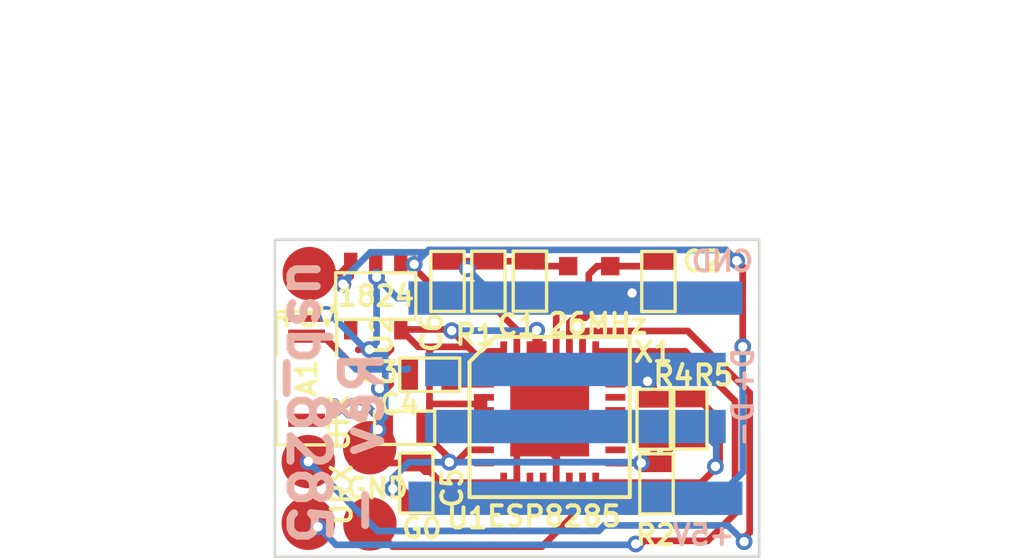
<source format=kicad_pcb>
(kicad_pcb (version 4) (host pcbnew 4.0.3+e1-6302~38~ubuntu14.04.1-stable)

  (general
    (links 48)
    (no_connects 0)
    (area 34.948257 22.19594 64.162544 38.300662)
    (thickness 1.6)
    (drawings 21)
    (tracks 295)
    (zones 0)
    (modules 24)
    (nets 15)
  )

  (page User 139.7 139.7)
  (layers
    (0 F.Cu signal)
    (31 B.Cu signal)
    (32 B.Adhes user)
    (33 F.Adhes user)
    (34 B.Paste user)
    (35 F.Paste user)
    (36 B.SilkS user)
    (37 F.SilkS user)
    (38 B.Mask user)
    (39 F.Mask user)
    (40 Dwgs.User user)
    (41 Cmts.User user)
    (42 Eco1.User user)
    (43 Eco2.User user)
    (44 Edge.Cuts user)
  )

  (setup
    (last_trace_width 0.254)
    (trace_clearance 0.2413)
    (zone_clearance 0.508)
    (zone_45_only no)
    (trace_min 0.254)
    (segment_width 0.2)
    (edge_width 0.1)
    (via_size 0.635)
    (via_drill 0.3556)
    (via_min_size 0.6096)
    (via_min_drill 0.3302)
    (uvia_size 0.508)
    (uvia_drill 0.127)
    (uvias_allowed no)
    (uvia_min_size 0.508)
    (uvia_min_drill 0.127)
    (pcb_text_width 0.3)
    (pcb_text_size 1.5 1.5)
    (mod_edge_width 0.15)
    (mod_text_size 0.762 0.762)
    (mod_text_width 0.1524)
    (pad_size 1.0414 1.0414)
    (pad_drill 0)
    (pad_to_mask_clearance 0)
    (aux_axis_origin 0 0)
    (visible_elements FFFFFFBF)
    (pcbplotparams
      (layerselection 0x00030_80000001)
      (usegerberextensions true)
      (excludeedgelayer true)
      (linewidth 0.150000)
      (plotframeref false)
      (viasonmask false)
      (mode 1)
      (useauxorigin false)
      (hpglpennumber 1)
      (hpglpenspeed 20)
      (hpglpendiameter 15)
      (hpglpenoverlay 2)
      (psnegative false)
      (psa4output false)
      (plotreference true)
      (plotvalue true)
      (plotinvisibletext false)
      (padsonsilk false)
      (subtractmaskfromsilk false)
      (outputformat 1)
      (mirror false)
      (drillshape 0)
      (scaleselection 1)
      (outputdirectory usb_8285-rev-))
  )

  (net 0 "")
  (net 1 +3.3V)
  (net 2 +5V)
  (net 3 /D+)
  (net 4 /D-)
  (net 5 GND)
  (net 6 N-0000012)
  (net 7 N-0000015)
  (net 8 N-0000016)
  (net 9 N-0000025)
  (net 10 N-0000026)
  (net 11 N-000003)
  (net 12 N-000005)
  (net 13 N-000006)
  (net 14 N-000007)

  (net_class Default "This is the default net class."
    (clearance 0.2413)
    (trace_width 0.254)
    (via_dia 0.635)
    (via_drill 0.3556)
    (uvia_dia 0.508)
    (uvia_drill 0.127)
    (add_net +3.3V)
    (add_net +5V)
    (add_net /D+)
    (add_net /D-)
    (add_net GND)
    (add_net N-0000012)
    (add_net N-0000015)
    (add_net N-0000016)
    (add_net N-0000025)
    (add_net N-0000026)
    (add_net N-000003)
    (add_net N-000005)
    (add_net N-000006)
    (add_net N-000007)
  )

  (module .1SMTPIN (layer B.Cu) (tedit 57A8F3C1) (tstamp 57A264EF)
    (at 52.07 30.48)
    (path /57A262F1)
    (fp_text reference P3 (at 0 0) (layer B.SilkS) hide
      (effects (font (size 0.762 0.762) (thickness 0.1524)) (justify mirror))
    )
    (fp_text value D+ (at 6.37286 0.35052 90) (layer B.SilkS)
      (effects (font (size 0.762 0.762) (thickness 0.1524)) (justify mirror))
    )
    (pad 1 smd rect (at 0 0.3048) (size 11.43 1.27) (layers B.Cu B.Paste B.Mask)
      (net 3 /D+))
  )

  (module SM0603 (layer F.Cu) (tedit 57A8F56F) (tstamp 57A26471)
    (at 48.76038 27.42438 270)
    (path /57A25A68)
    (attr smd)
    (fp_text reference R1 (at 2.03962 0.50038 360) (layer F.SilkS)
      (effects (font (size 0.762 0.762) (thickness 0.1524)))
    )
    (fp_text value 12k (at 0 0 270) (layer F.SilkS) hide
      (effects (font (size 0.762 0.762) (thickness 0.1524)))
    )
    (fp_line (start -1.143 -0.635) (end 1.143 -0.635) (layer F.SilkS) (width 0.127))
    (fp_line (start 1.143 -0.635) (end 1.143 0.635) (layer F.SilkS) (width 0.127))
    (fp_line (start 1.143 0.635) (end -1.143 0.635) (layer F.SilkS) (width 0.127))
    (fp_line (start -1.143 0.635) (end -1.143 -0.635) (layer F.SilkS) (width 0.127))
    (pad 1 smd rect (at -0.762 0 270) (size 0.635 1.143) (layers F.Cu F.Paste F.Mask)
      (net 5 GND))
    (pad 2 smd rect (at 0.762 0 270) (size 0.635 1.143) (layers F.Cu F.Paste F.Mask)
      (net 7 N-0000015))
    (model smd\resistors\R0603.wrl
      (at (xyz 0 0 0.001))
      (scale (xyz 0.5 0.5 0.5))
      (rotate (xyz 0 0 0))
    )
  )

  (module SM0603 (layer F.Cu) (tedit 57A8FB04) (tstamp 57A2647B)
    (at 47.2059 27.432 270)
    (path /57A26510)
    (attr smd)
    (fp_text reference C6 (at 1.9431 0.60452 270) (layer F.SilkS)
      (effects (font (size 0.762 0.762) (thickness 0.1524)))
    )
    (fp_text value 1u (at 0 0 270) (layer F.SilkS) hide
      (effects (font (size 0.762 0.762) (thickness 0.1524)))
    )
    (fp_line (start -1.143 -0.635) (end 1.143 -0.635) (layer F.SilkS) (width 0.127))
    (fp_line (start 1.143 -0.635) (end 1.143 0.635) (layer F.SilkS) (width 0.127))
    (fp_line (start 1.143 0.635) (end -1.143 0.635) (layer F.SilkS) (width 0.127))
    (fp_line (start -1.143 0.635) (end -1.143 -0.635) (layer F.SilkS) (width 0.127))
    (pad 1 smd rect (at -0.762 0 270) (size 0.635 1.143) (layers F.Cu F.Paste F.Mask)
      (net 5 GND))
    (pad 2 smd rect (at 0.762 0 270) (size 0.635 1.143) (layers F.Cu F.Paste F.Mask)
      (net 2 +5V))
    (model smd\resistors\R0603.wrl
      (at (xyz 0 0 0.001))
      (scale (xyz 0.5 0.5 0.5))
      (rotate (xyz 0 0 0))
    )
  )

  (module SM0603 (layer F.Cu) (tedit 57A8F543) (tstamp 57A26485)
    (at 55.15102 35.13582 270)
    (path /57A26418)
    (attr smd)
    (fp_text reference R2 (at 1.94818 0.03302 360) (layer F.SilkS)
      (effects (font (size 0.762 0.762) (thickness 0.1524)))
    )
    (fp_text value 12k (at 0 0 270) (layer F.SilkS) hide
      (effects (font (size 0.762 0.762) (thickness 0.1524)))
    )
    (fp_line (start -1.143 -0.635) (end 1.143 -0.635) (layer F.SilkS) (width 0.127))
    (fp_line (start 1.143 -0.635) (end 1.143 0.635) (layer F.SilkS) (width 0.127))
    (fp_line (start 1.143 0.635) (end -1.143 0.635) (layer F.SilkS) (width 0.127))
    (fp_line (start -1.143 0.635) (end -1.143 -0.635) (layer F.SilkS) (width 0.127))
    (pad 1 smd rect (at -0.762 0 270) (size 0.635 1.143) (layers F.Cu F.Paste F.Mask)
      (net 1 +3.3V))
    (pad 2 smd rect (at 0.762 0 270) (size 0.635 1.143) (layers F.Cu F.Paste F.Mask)
      (net 11 N-000003))
    (model smd\resistors\R0603.wrl
      (at (xyz 0 0 0.001))
      (scale (xyz 0.5 0.5 0.5))
      (rotate (xyz 0 0 0))
    )
  )

  (module SM0603 (layer F.Cu) (tedit 57B2117E) (tstamp 57A2648F)
    (at 46.01718 35.10534 270)
    (path /57A25EB7)
    (attr smd)
    (fp_text reference C5 (at 0.18796 -1.36652 270) (layer F.SilkS)
      (effects (font (size 0.762 0.762) (thickness 0.1524)))
    )
    (fp_text value .1u (at 0 0 270) (layer F.SilkS) hide
      (effects (font (size 0.762 0.762) (thickness 0.1524)))
    )
    (fp_line (start -1.143 -0.635) (end 1.143 -0.635) (layer F.SilkS) (width 0.127))
    (fp_line (start 1.143 -0.635) (end 1.143 0.635) (layer F.SilkS) (width 0.127))
    (fp_line (start 1.143 0.635) (end -1.143 0.635) (layer F.SilkS) (width 0.127))
    (fp_line (start -1.143 0.635) (end -1.143 -0.635) (layer F.SilkS) (width 0.127))
    (pad 1 smd rect (at -0.762 0 270) (size 0.635 1.143) (layers F.Cu F.Paste F.Mask)
      (net 5 GND))
    (pad 2 smd rect (at 0.762 0 270) (size 0.635 1.143) (layers F.Cu F.Paste F.Mask)
      (net 1 +3.3V))
    (model smd\resistors\R0603.wrl
      (at (xyz 0 0 0.001))
      (scale (xyz 0.5 0.5 0.5))
      (rotate (xyz 0 0 0))
    )
  )

  (module SM0603 (layer F.Cu) (tedit 57B2117B) (tstamp 57A26499)
    (at 45.57522 33.00222)
    (path /57A25EB1)
    (attr smd)
    (fp_text reference C4 (at -0.20066 -0.89154) (layer F.SilkS)
      (effects (font (size 0.762 0.762) (thickness 0.1524)))
    )
    (fp_text value 10u (at 0 0) (layer F.SilkS) hide
      (effects (font (size 0.762 0.762) (thickness 0.1524)))
    )
    (fp_line (start -1.143 -0.635) (end 1.143 -0.635) (layer F.SilkS) (width 0.127))
    (fp_line (start 1.143 -0.635) (end 1.143 0.635) (layer F.SilkS) (width 0.127))
    (fp_line (start 1.143 0.635) (end -1.143 0.635) (layer F.SilkS) (width 0.127))
    (fp_line (start -1.143 0.635) (end -1.143 -0.635) (layer F.SilkS) (width 0.127))
    (pad 1 smd rect (at -0.762 0) (size 0.635 1.143) (layers F.Cu F.Paste F.Mask)
      (net 5 GND))
    (pad 2 smd rect (at 0.762 0) (size 0.635 1.143) (layers F.Cu F.Paste F.Mask)
      (net 1 +3.3V))
    (model smd\resistors\R0603.wrl
      (at (xyz 0 0 0.001))
      (scale (xyz 0.5 0.5 0.5))
      (rotate (xyz 0 0 0))
    )
  )

  (module SM0603 (layer F.Cu) (tedit 57A8F558) (tstamp 57A264A3)
    (at 55.22468 27.43454 90)
    (path /57A25B20)
    (attr smd)
    (fp_text reference C2 (at 0.76454 1.67132 180) (layer F.SilkS)
      (effects (font (size 0.762 0.762) (thickness 0.1524)))
    )
    (fp_text value 5.6p (at 0 0 90) (layer F.SilkS) hide
      (effects (font (size 0.762 0.762) (thickness 0.1524)))
    )
    (fp_line (start -1.143 -0.635) (end 1.143 -0.635) (layer F.SilkS) (width 0.127))
    (fp_line (start 1.143 -0.635) (end 1.143 0.635) (layer F.SilkS) (width 0.127))
    (fp_line (start 1.143 0.635) (end -1.143 0.635) (layer F.SilkS) (width 0.127))
    (fp_line (start -1.143 0.635) (end -1.143 -0.635) (layer F.SilkS) (width 0.127))
    (pad 1 smd rect (at -0.762 0 90) (size 0.635 1.143) (layers F.Cu F.Paste F.Mask)
      (net 5 GND))
    (pad 2 smd rect (at 0.762 0 90) (size 0.635 1.143) (layers F.Cu F.Paste F.Mask)
      (net 10 N-0000026))
    (model smd\resistors\R0603.wrl
      (at (xyz 0 0 0.001))
      (scale (xyz 0.5 0.5 0.5))
      (rotate (xyz 0 0 0))
    )
  )

  (module SM0603 (layer F.Cu) (tedit 57A8FAE1) (tstamp 57A264AD)
    (at 50.33772 27.42438 90)
    (path /57A25B1A)
    (attr smd)
    (fp_text reference C1 (at -1.6764 -0.49022 180) (layer F.SilkS)
      (effects (font (size 0.762 0.762) (thickness 0.1524)))
    )
    (fp_text value 5.6p (at 0 0 90) (layer F.SilkS) hide
      (effects (font (size 0.762 0.762) (thickness 0.1524)))
    )
    (fp_line (start -1.143 -0.635) (end 1.143 -0.635) (layer F.SilkS) (width 0.127))
    (fp_line (start 1.143 -0.635) (end 1.143 0.635) (layer F.SilkS) (width 0.127))
    (fp_line (start 1.143 0.635) (end -1.143 0.635) (layer F.SilkS) (width 0.127))
    (fp_line (start -1.143 0.635) (end -1.143 -0.635) (layer F.SilkS) (width 0.127))
    (pad 1 smd rect (at -0.762 0 90) (size 0.635 1.143) (layers F.Cu F.Paste F.Mask)
      (net 9 N-0000025))
    (pad 2 smd rect (at 0.762 0 90) (size 0.635 1.143) (layers F.Cu F.Paste F.Mask)
      (net 5 GND))
    (model smd\resistors\R0603.wrl
      (at (xyz 0 0 0.001))
      (scale (xyz 0.5 0.5 0.5))
      (rotate (xyz 0 0 0))
    )
  )

  (module SM0603 (layer F.Cu) (tedit 57A8FB0A) (tstamp 57A264B7)
    (at 46.52772 30.98292)
    (path /57A25A83)
    (attr smd)
    (fp_text reference C3 (at -1.93548 -0.09906) (layer F.SilkS)
      (effects (font (size 0.762 0.762) (thickness 0.1524)))
    )
    (fp_text value 5.6p (at 0 0) (layer F.SilkS) hide
      (effects (font (size 0.762 0.762) (thickness 0.1524)))
    )
    (fp_line (start -1.143 -0.635) (end 1.143 -0.635) (layer F.SilkS) (width 0.127))
    (fp_line (start 1.143 -0.635) (end 1.143 0.635) (layer F.SilkS) (width 0.127))
    (fp_line (start 1.143 0.635) (end -1.143 0.635) (layer F.SilkS) (width 0.127))
    (fp_line (start -1.143 0.635) (end -1.143 -0.635) (layer F.SilkS) (width 0.127))
    (pad 1 smd rect (at -0.762 0) (size 0.635 1.143) (layers F.Cu F.Paste F.Mask)
      (net 6 N-0000012))
    (pad 2 smd rect (at 0.762 0) (size 0.635 1.143) (layers F.Cu F.Paste F.Mask)
      (net 8 N-0000016))
    (model smd\resistors\R0603.wrl
      (at (xyz 0 0 0.001))
      (scale (xyz 0.5 0.5 0.5))
      (rotate (xyz 0 0 0))
    )
  )

  (module QFN32 (layer F.Cu) (tedit 57A8FACB) (tstamp 57A264E2)
    (at 51.08956 32.59328)
    (descr "Support CMS Plcc 32 pins")
    (tags "CMS Plcc")
    (path /57A25A2C)
    (attr smd)
    (fp_text reference U1 (at -3.13436 3.85572) (layer F.SilkS)
      (effects (font (size 0.762 0.762) (thickness 0.1524)))
    )
    (fp_text value ESP8285 (at 0.16764 3.77952) (layer F.SilkS)
      (effects (font (size 0.762 0.762) (thickness 0.1524)))
    )
    (fp_line (start -2.0955 -3.048) (end 2.0955 -3.048) (layer F.SilkS) (width 0.1524))
    (fp_line (start 2.0955 -3.048) (end 3.048 -3.048) (layer F.SilkS) (width 0.1524))
    (fp_line (start 3.048 -3.048) (end 3.048 3.048) (layer F.SilkS) (width 0.1524))
    (fp_line (start 3.048 3.048) (end -3.048 3.048) (layer F.SilkS) (width 0.1524))
    (fp_line (start -3.048 3.048) (end -3.048 -2.0955) (layer F.SilkS) (width 0.1524))
    (fp_line (start -3.048 -2.0955) (end -2.0955 -3.048) (layer F.SilkS) (width 0.1524))
    (pad 31 smd rect (at -1.24968 -2.49936) (size 0.254 0.762) (layers F.Cu F.Paste F.Mask)
      (net 7 N-0000015))
    (pad 30 smd rect (at -0.7493 -2.49936) (size 0.254 0.762) (layers F.Cu F.Paste F.Mask)
      (net 1 +3.3V))
    (pad 29 smd rect (at -0.24892 -2.49936) (size 0.254 0.762) (layers F.Cu F.Paste F.Mask)
      (net 1 +3.3V))
    (pad 32 smd rect (at -1.75006 -2.49936) (size 0.254 0.762) (layers F.Cu F.Paste F.Mask)
      (net 1 +3.3V))
    (pad 1 smd rect (at -2.49936 -1.75006 90) (size 0.254 0.762) (layers F.Cu F.Paste F.Mask)
      (net 1 +3.3V))
    (pad 2 smd rect (at -2.49936 -1.24968 90) (size 0.254 0.762) (layers F.Cu F.Paste F.Mask)
      (net 8 N-0000016))
    (pad 3 smd rect (at -2.49936 -0.7493 90) (size 0.254 0.762) (layers F.Cu F.Paste F.Mask)
      (net 1 +3.3V))
    (pad 4 smd rect (at -2.49936 -0.24892 90) (size 0.254 0.762) (layers F.Cu F.Paste F.Mask)
      (net 1 +3.3V))
    (pad 5 smd rect (at -2.49936 0.24892 90) (size 0.254 0.762) (layers F.Cu F.Paste F.Mask))
    (pad 6 smd rect (at -2.49936 0.7493 90) (size 0.254 0.762) (layers F.Cu F.Paste F.Mask)
      (net 14 N-000007))
    (pad 7 smd rect (at -2.49936 1.24968 90) (size 0.254 0.762) (layers F.Cu F.Paste F.Mask)
      (net 1 +3.3V))
    (pad 8 smd rect (at -2.49936 1.75006 90) (size 0.254 0.762) (layers F.Cu F.Paste F.Mask))
    (pad 16 smd rect (at 1.75006 2.49936) (size 0.254 0.762) (layers F.Cu F.Paste F.Mask)
      (net 4 /D-))
    (pad 9 smd rect (at -1.75006 2.49936) (size 0.254 0.762) (layers F.Cu F.Paste F.Mask)
      (net 5 GND))
    (pad 10 smd rect (at -1.24968 2.49936) (size 0.254 0.762) (layers F.Cu F.Paste F.Mask)
      (net 5 GND))
    (pad 11 smd rect (at -0.7493 2.49936) (size 0.254 0.762) (layers F.Cu F.Paste F.Mask)
      (net 1 +3.3V))
    (pad 12 smd rect (at -0.24892 2.49936) (size 0.254 0.762) (layers F.Cu F.Paste F.Mask))
    (pad 13 smd rect (at 0.24892 2.49936) (size 0.254 0.762) (layers F.Cu F.Paste F.Mask)
      (net 5 GND))
    (pad 14 smd rect (at 0.7493 2.49936) (size 0.254 0.762) (layers F.Cu F.Paste F.Mask))
    (pad 15 smd rect (at 1.24968 2.49936) (size 0.254 0.762) (layers F.Cu F.Paste F.Mask)
      (net 11 N-000003))
    (pad 17 smd rect (at 2.49936 1.75006 90) (size 0.254 0.762) (layers F.Cu F.Paste F.Mask)
      (net 1 +3.3V))
    (pad 18 smd rect (at 2.49936 1.24968 90) (size 0.254 0.762) (layers F.Cu F.Paste F.Mask))
    (pad 19 smd rect (at 2.49936 0.7493 90) (size 0.254 0.762) (layers F.Cu F.Paste F.Mask))
    (pad 20 smd rect (at 2.49936 0.24892 90) (size 0.254 0.762) (layers F.Cu F.Paste F.Mask))
    (pad 21 smd rect (at 2.49936 -0.24892 90) (size 0.254 0.762) (layers F.Cu F.Paste F.Mask))
    (pad 22 smd rect (at 2.49936 -0.7493 90) (size 0.254 0.762) (layers F.Cu F.Paste F.Mask))
    (pad 23 smd rect (at 2.49936 -1.24968 90) (size 0.254 0.762) (layers F.Cu F.Paste F.Mask))
    (pad 24 smd rect (at 2.49936 -1.75006 90) (size 0.254 0.762) (layers F.Cu F.Paste F.Mask)
      (net 3 /D+))
    (pad 25 smd rect (at 1.75006 -2.49936) (size 0.254 0.762) (layers F.Cu F.Paste F.Mask)
      (net 13 N-000006))
    (pad 26 smd rect (at 1.24968 -2.49936) (size 0.254 0.762) (layers F.Cu F.Paste F.Mask)
      (net 12 N-000005))
    (pad 27 smd rect (at 0.7493 -2.49936) (size 0.254 0.762) (layers F.Cu F.Paste F.Mask)
      (net 10 N-0000026))
    (pad 28 smd rect (at 0.24892 -2.49936) (size 0.254 0.762) (layers F.Cu F.Paste F.Mask)
      (net 9 N-0000025))
    (pad 33 smd rect (at 0 0) (size 2.99974 2.99974) (layers F.Cu F.Paste F.Mask)
      (net 5 GND))
  )

  (module XTAL4TINY (layer F.Cu) (tedit 57A8FADE) (tstamp 57A264EA)
    (at 52.59324 27.45232)
    (path /57A25AC8)
    (fp_text reference X1 (at 2.43078 2.667) (layer F.SilkS)
      (effects (font (size 0.762 0.762) (thickness 0.1524)))
    )
    (fp_text value 26MHz (at 0.32766 1.59258) (layer F.SilkS)
      (effects (font (size 0.762 0.762) (thickness 0.1524)))
    )
    (pad 1 smd rect (at -0.8 0.6) (size 0.7 0.7) (layers F.Cu F.Paste F.Mask)
      (net 9 N-0000025))
    (pad 2 smd rect (at 0.8 -0.6) (size 0.7 0.7) (layers F.Cu F.Paste F.Mask)
      (net 10 N-0000026))
    (pad 3 smd rect (at -0.8 -0.6) (size 0.7 0.7) (layers F.Cu F.Paste F.Mask)
      (net 5 GND))
    (pad 4 smd rect (at 0.8 0.6) (size 0.7 0.7) (layers F.Cu F.Paste F.Mask)
      (net 5 GND))
  )

  (module .1SMTPIN (layer B.Cu) (tedit 57A8F3C5) (tstamp 57A264F4)
    (at 52.07 32.9565)
    (path /57A262FE)
    (fp_text reference P8 (at 0 0) (layer B.SilkS) hide
      (effects (font (size 0.762 0.762) (thickness 0.1524)) (justify mirror))
    )
    (fp_text value D- (at 6.37286 -0.09906 90) (layer B.SilkS)
      (effects (font (size 0.762 0.762) (thickness 0.1524)) (justify mirror))
    )
    (pad 1 smd rect (at 0 0) (size 11.43 1.27) (layers B.Cu B.Paste B.Mask)
      (net 4 /D-))
  )

  (module .1SMTPIN (layer B.Cu) (tedit 57A8F635) (tstamp 57A975A3)
    (at 52.07 28.067)
    (path /57A2636F)
    (fp_text reference P6 (at 0 0) (layer B.SilkS) hide
      (effects (font (size 0.762 0.762) (thickness 0.1524)) (justify mirror))
    )
    (fp_text value GND (at 5.588 -1.397) (layer B.SilkS)
      (effects (font (size 0.762 0.762) (thickness 0.1524)) (justify mirror))
    )
    (pad 1 smd rect (at 0 0) (size 12.7 1.27) (layers B.Cu B.Paste B.Mask)
      (net 5 GND))
  )

  (module .1SMTPIN (layer B.Cu) (tedit 57A8F629) (tstamp 57A264FE)
    (at 52.07 35.687)
    (path /57A26363)
    (fp_text reference P4 (at 0 0) (layer B.SilkS) hide
      (effects (font (size 0.762 0.762) (thickness 0.1524)) (justify mirror))
    )
    (fp_text value +5V (at 4.8768 1.397) (layer B.SilkS)
      (effects (font (size 0.762 0.762) (thickness 0.1524)) (justify mirror))
    )
    (pad 1 smd rect (at 0 0) (size 12.7 1.27) (layers B.Cu B.Paste B.Mask)
      (net 2 +5V))
  )

  (module .1SMTPIN (layer F.Cu) (tedit 57B21175) (tstamp 57A26503)
    (at 41.91 34.29)
    (path /57A263B8)
    (fp_text reference P1 (at 0 0) (layer F.SilkS) hide
      (effects (font (size 0.762 0.762) (thickness 0.1524)))
    )
    (fp_text value UTX (at 1.17094 -1.46812 90) (layer F.SilkS)
      (effects (font (size 0.762 0.762) (thickness 0.1524)))
    )
    (pad 1 smd circle (at 0 0) (size 2.032 2.032) (layers F.Cu F.Paste F.Mask)
      (net 12 N-000005))
  )

  (module .1SMTPIN (layer F.Cu) (tedit 57A8F5A9) (tstamp 57A26508)
    (at 41.91 36.6395)
    (path /57A263D1)
    (fp_text reference P2 (at 0 0) (layer F.SilkS) hide
      (effects (font (size 0.762 0.762) (thickness 0.1524)))
    )
    (fp_text value URX (at 1.27 -1.0795 90) (layer F.SilkS)
      (effects (font (size 0.762 0.762) (thickness 0.1524)))
    )
    (pad 1 smd circle (at 0 0) (size 2.032 2.032) (layers F.Cu F.Paste F.Mask)
      (net 13 N-000006))
  )

  (module .1SMTPIN (layer F.Cu) (tedit 57A8F59F) (tstamp 57A2650D)
    (at 44.25442 36.66236)
    (path /57A263E3)
    (fp_text reference P9 (at 0 0) (layer F.SilkS) hide
      (effects (font (size 0.762 0.762) (thickness 0.1524)))
    )
    (fp_text value G0 (at 1.97358 0.16764) (layer F.SilkS)
      (effects (font (size 0.762 0.762) (thickness 0.1524)))
    )
    (pad 1 smd circle (at 0 0) (size 2.032 2.032) (layers F.Cu F.Paste F.Mask)
      (net 11 N-000003))
  )

  (module .1SMTPIN (layer F.Cu) (tedit 57A8FB11) (tstamp 57A26512)
    (at 41.9481 27.13482)
    (path /57A26476)
    (fp_text reference P5 (at 0 0) (layer F.SilkS) hide
      (effects (font (size 0.762 0.762) (thickness 0.1524)))
    )
    (fp_text value +5V (at -0.17018 1.62306) (layer F.SilkS)
      (effects (font (size 0.762 0.762) (thickness 0.1524)))
    )
    (pad 1 smd circle (at 0 0) (size 2.032 2.032) (layers F.Cu F.Paste F.Mask)
      (net 2 +5V))
  )

  (module .1SMTPIN (layer F.Cu) (tedit 57B21170) (tstamp 57A26517)
    (at 44.2468 33.76422)
    (path /57A2647C)
    (fp_text reference P7 (at 0 0) (layer F.SilkS) hide
      (effects (font (size 0.762 0.762) (thickness 0.1524)))
    )
    (fp_text value GND (at 0.2921 1.54686) (layer F.SilkS)
      (effects (font (size 0.762 0.762) (thickness 0.1524)))
    )
    (pad 1 smd circle (at 0 0) (size 2.032 2.032) (layers F.Cu F.Paste F.Mask)
      (net 5 GND))
  )

  (module SOT23-5 (layer F.Cu) (tedit 57A8F588) (tstamp 57A26524)
    (at 44.4754 27.9908 180)
    (path /57A264E5)
    (attr smd)
    (fp_text reference U2 (at -0.2286 -1.4732 270) (layer F.SilkS)
      (effects (font (size 0.762 0.762) (thickness 0.1524)))
    )
    (fp_text value 1824 (at 0 0 180) (layer F.SilkS)
      (effects (font (size 0.762 0.762) (thickness 0.1524)))
    )
    (fp_line (start 1.524 -0.889) (end 1.524 0.889) (layer F.SilkS) (width 0.127))
    (fp_line (start 1.524 0.889) (end -1.524 0.889) (layer F.SilkS) (width 0.127))
    (fp_line (start -1.524 0.889) (end -1.524 -0.889) (layer F.SilkS) (width 0.127))
    (fp_line (start -1.524 -0.889) (end 1.524 -0.889) (layer F.SilkS) (width 0.127))
    (pad 1 smd rect (at -0.9525 1.27 180) (size 0.508 0.762) (layers F.Cu F.Paste F.Mask)
      (net 2 +5V))
    (pad 3 smd rect (at 0.9525 1.27 180) (size 0.508 0.762) (layers F.Cu F.Paste F.Mask)
      (net 2 +5V))
    (pad 5 smd rect (at -0.9525 -1.27 180) (size 0.508 0.762) (layers F.Cu F.Paste F.Mask)
      (net 1 +3.3V))
    (pad 2 smd rect (at 0 1.27 180) (size 0.508 0.762) (layers F.Cu F.Paste F.Mask)
      (net 5 GND))
    (pad 4 smd rect (at 0.9525 -1.27 180) (size 0.508 0.762) (layers F.Cu F.Paste F.Mask))
    (model smd/SOT23_5.wrl
      (at (xyz 0 0 0))
      (scale (xyz 0.1 0.1 0.1))
      (rotate (xyz 0 0 0))
    )
  )

  (module SM1206 (layer F.Cu) (tedit 57A8FEE4) (tstamp 57A8E851)
    (at 41.8465 31.115 270)
    (path /57A8E837)
    (attr smd)
    (fp_text reference A1 (at 0 0 270) (layer F.SilkS)
      (effects (font (size 0.762 0.762) (thickness 0.1524)))
    )
    (fp_text value ANT (at 0 0 270) (layer F.SilkS) hide
      (effects (font (size 0.762 0.762) (thickness 0.1524)))
    )
    (fp_line (start -2.54 -1.143) (end -2.54 1.143) (layer F.SilkS) (width 0.127))
    (fp_line (start -2.54 1.143) (end -0.889 1.143) (layer F.SilkS) (width 0.127))
    (fp_line (start 0.889 -1.143) (end 2.54 -1.143) (layer F.SilkS) (width 0.127))
    (fp_line (start 2.54 -1.143) (end 2.54 1.143) (layer F.SilkS) (width 0.127))
    (fp_line (start 2.54 1.143) (end 0.889 1.143) (layer F.SilkS) (width 0.127))
    (fp_line (start -0.889 -1.143) (end -2.54 -1.143) (layer F.SilkS) (width 0.127))
    (pad 1 smd rect (at -1.6 0 270) (size 0.5 1.4) (layers F.Cu F.Paste F.Mask)
      (net 6 N-0000012))
    (pad 2 smd rect (at 1.6 0 270) (size 0.5 1.4) (layers F.Cu F.Paste F.Mask))
    (model smd/chip_cms.wrl
      (at (xyz 0 0 0))
      (scale (xyz 0.17 0.16 0.16))
      (rotate (xyz 0 0 0))
    )
  )

  (module SM0603 (layer F.Cu) (tedit 57B21248) (tstamp 57A97560)
    (at 56.4388 32.66948 270)
    (path /57A8F67C)
    (attr smd)
    (fp_text reference R5 (at -1.66116 -0.88392 360) (layer F.SilkS)
      (effects (font (size 0.762 0.762) (thickness 0.1524)))
    )
    (fp_text value 1.5k (at 0 0 270) (layer F.SilkS) hide
      (effects (font (size 0.762 0.762) (thickness 0.1524)))
    )
    (fp_line (start -1.143 -0.635) (end 1.143 -0.635) (layer F.SilkS) (width 0.127))
    (fp_line (start 1.143 -0.635) (end 1.143 0.635) (layer F.SilkS) (width 0.127))
    (fp_line (start 1.143 0.635) (end -1.143 0.635) (layer F.SilkS) (width 0.127))
    (fp_line (start -1.143 0.635) (end -1.143 -0.635) (layer F.SilkS) (width 0.127))
    (pad 1 smd rect (at -0.762 0 270) (size 0.635 1.143) (layers F.Cu F.Paste F.Mask)
      (net 4 /D-))
    (pad 2 smd rect (at 0.762 0 270) (size 0.635 1.143) (layers F.Cu F.Paste F.Mask)
      (net 1 +3.3V))
    (model smd\resistors\R0603.wrl
      (at (xyz 0 0 0.001))
      (scale (xyz 0.5 0.5 0.5))
      (rotate (xyz 0 0 0))
    )
  )

  (module SM0603 (layer F.Cu) (tedit 57B21244) (tstamp 57B21055)
    (at 55.04688 32.67964 270)
    (path /57A8F4F8)
    (attr smd)
    (fp_text reference R4 (at -1.65354 -0.74676 360) (layer F.SilkS)
      (effects (font (size 0.762 0.762) (thickness 0.1524)))
    )
    (fp_text value 1.5k (at 0 0 270) (layer F.SilkS) hide
      (effects (font (size 0.762 0.762) (thickness 0.1524)))
    )
    (fp_line (start -1.143 -0.635) (end 1.143 -0.635) (layer F.SilkS) (width 0.127))
    (fp_line (start 1.143 -0.635) (end 1.143 0.635) (layer F.SilkS) (width 0.127))
    (fp_line (start 1.143 0.635) (end -1.143 0.635) (layer F.SilkS) (width 0.127))
    (fp_line (start -1.143 0.635) (end -1.143 -0.635) (layer F.SilkS) (width 0.127))
    (pad 1 smd rect (at -0.762 0 270) (size 0.635 1.143) (layers F.Cu F.Paste F.Mask)
      (net 3 /D+))
    (pad 2 smd rect (at 0.762 0 270) (size 0.635 1.143) (layers F.Cu F.Paste F.Mask)
      (net 1 +3.3V))
    (model smd\resistors\R0603.wrl
      (at (xyz 0 0 0.001))
      (scale (xyz 0.5 0.5 0.5))
      (rotate (xyz 0 0 0))
    )
  )

  (module .1SMTPIN (layer F.Cu) (tedit 57B21148) (tstamp 57B2105A)
    (at 47.42688 33.01492)
    (path /57B2119E)
    (fp_text reference P10 (at 0 0) (layer F.SilkS) hide
      (effects (font (size 0.762 0.762) (thickness 0.1524)))
    )
    (fp_text value ADC (at 0 0) (layer F.SilkS) hide
      (effects (font (size 0.762 0.762) (thickness 0.1524)))
    )
    (pad 1 smd circle (at 0 0) (size 1.0414 1.0414) (layers F.Cu F.Paste F.Mask)
      (net 14 N-000007))
  )

  (gr_text "Tested working 2016-08-26 C.L.\nNOTE: Do not populate R4." (at 49.666617 19.333314) (layer Dwgs.User)
    (effects (font (size 1.5 1.5) (thickness 0.3)))
  )
  (gr_text "Rev -" (at 43.9674 33.6042 90) (layer B.SilkS)
    (effects (font (size 1.5 1.5) (thickness 0.3)) (justify mirror))
  )
  (gr_text usb_8285 (at 41.91 32.004 270) (layer B.SilkS)
    (effects (font (size 1.5 1.5) (thickness 0.3)))
  )
  (gr_line (start 43.942 32.512) (end 44.196 32.258) (angle 90) (layer B.SilkS) (width 0.2))
  (gr_line (start 43.434 32.512) (end 43.942 32.512) (angle 90) (layer B.SilkS) (width 0.2))
  (gr_line (start 42.926 32.004) (end 43.434 32.512) (angle 90) (layer B.SilkS) (width 0.2))
  (gr_line (start 42.926 32.512) (end 42.926 32.004) (angle 90) (layer B.SilkS) (width 0.2))
  (gr_line (start 43.434 32.004) (end 42.926 32.512) (angle 90) (layer B.SilkS) (width 0.2))
  (gr_line (start 43.942 32.004) (end 43.434 32.004) (angle 90) (layer B.SilkS) (width 0.2))
  (gr_line (start 44.196 32.258) (end 43.942 32.004) (angle 90) (layer B.SilkS) (width 0.2))
  (gr_line (start 43.434 32.004) (end 42.926 32.512) (angle 90) (layer F.SilkS) (width 0.2))
  (gr_line (start 43.942 32.004) (end 43.434 32.004) (angle 90) (layer F.SilkS) (width 0.2))
  (gr_line (start 44.196 32.258) (end 43.942 32.004) (angle 90) (layer F.SilkS) (width 0.2))
  (gr_line (start 43.942 32.512) (end 44.196 32.258) (angle 90) (layer F.SilkS) (width 0.2))
  (gr_line (start 43.434 32.512) (end 43.942 32.512) (angle 90) (layer F.SilkS) (width 0.2))
  (gr_line (start 42.926 32.004) (end 43.434 32.512) (angle 90) (layer F.SilkS) (width 0.2))
  (gr_line (start 42.926 32.512) (end 42.926 32.004) (angle 90) (layer F.SilkS) (width 0.2))
  (gr_line (start 59.055 37.9095) (end 40.64 37.9095) (angle 90) (layer Edge.Cuts) (width 0.1))
  (gr_line (start 59.055 25.8445) (end 40.64 25.8445) (angle 90) (layer Edge.Cuts) (width 0.1))
  (gr_line (start 59.055 37.9095) (end 59.055 25.8445) (angle 90) (layer Edge.Cuts) (width 0.1) (tstamp 57A8E679))
  (gr_line (start 40.64 37.9095) (end 40.64 25.8445) (angle 90) (layer Edge.Cuts) (width 0.1))

  (segment (start 47.16018 34.19856) (end 47.16018 34.05378) (width 0.254) (layer F.Cu) (net 1))
  (segment (start 46.33722 33.23082) (end 46.33722 33.00222) (width 0.254) (layer F.Cu) (net 1) (tstamp 57B2116B))
  (segment (start 47.16018 34.05378) (end 46.33722 33.23082) (width 0.254) (layer F.Cu) (net 1) (tstamp 57B2116A))
  (segment (start 48.5902 33.84296) (end 48.006 33.84296) (width 0.254) (layer F.Cu) (net 1))
  (segment (start 47.5361 34.31286) (end 47.27448 34.31286) (width 0.254) (layer F.Cu) (net 1) (tstamp 57B2115A))
  (segment (start 48.006 33.84296) (end 47.5361 34.31286) (width 0.254) (layer F.Cu) (net 1) (tstamp 57B21159))
  (segment (start 47.5742 32.09544) (end 46.61154 32.09544) (width 0.254) (layer F.Cu) (net 1))
  (segment (start 48.5902 32.08528) (end 48.54702 32.08528) (width 0.254) (layer F.Cu) (net 1) (tstamp 57A97187))
  (segment (start 47.5742 32.09544) (end 48.5902 32.09544) (width 0.254) (layer F.Cu) (net 1) (tstamp 57A97183))
  (segment (start 48.5902 32.09544) (end 48.58004 32.08528) (width 0.254) (layer F.Cu) (net 1) (tstamp 57A97185))
  (segment (start 48.58004 32.08528) (end 48.54702 32.08528) (width 0.254) (layer F.Cu) (net 1) (tstamp 57A97186))
  (segment (start 46.61154 32.09544) (end 46.5201 32.18688) (width 0.254) (layer F.Cu) (net 1) (tstamp 57B2111F))
  (segment (start 46.5201 31.99384) (end 46.5201 32.18688) (width 0.254) (layer F.Cu) (net 1))
  (segment (start 46.5201 32.18688) (end 46.5201 32.81934) (width 0.254) (layer F.Cu) (net 1) (tstamp 57B21122))
  (segment (start 46.5201 32.81934) (end 46.33722 33.00222) (width 0.254) (layer F.Cu) (net 1) (tstamp 57B21112))
  (segment (start 55.04688 33.44164) (end 55.04688 34.26968) (width 0.254) (layer F.Cu) (net 1))
  (segment (start 55.04688 34.26968) (end 55.15102 34.37382) (width 0.254) (layer F.Cu) (net 1) (tstamp 57B210DD))
  (segment (start 46.70044 36.0172) (end 46.16704 36.0172) (width 0.254) (layer F.Cu) (net 1))
  (segment (start 46.16704 36.0172) (end 46.01718 35.86734) (width 0.254) (layer F.Cu) (net 1) (tstamp 57A9775A))
  (segment (start 45.12564 35.3187) (end 45.46854 35.3187) (width 0.254) (layer F.Cu) (net 1))
  (segment (start 45.46854 35.3187) (end 46.01718 35.86734) (width 0.254) (layer F.Cu) (net 1) (tstamp 57A97755))
  (segment (start 47.27448 34.31286) (end 45.73524 34.31286) (width 0.254) (layer B.Cu) (net 1))
  (segment (start 45.73524 34.31286) (end 45.12564 34.92246) (width 0.254) (layer B.Cu) (net 1) (tstamp 57A97737))
  (segment (start 45.12564 34.92246) (end 45.12564 35.3187) (width 0.254) (layer B.Cu) (net 1) (tstamp 57A97739))
  (via (at 45.12564 35.3187) (size 0.635) (layers F.Cu B.Cu) (net 1))
  (segment (start 45.12564 35.3187) (end 45.1485 35.29584) (width 0.254) (layer F.Cu) (net 1) (tstamp 57A9773B))
  (segment (start 50.34026 35.09264) (end 50.34026 35.74034) (width 0.254) (layer F.Cu) (net 1))
  (segment (start 50.34026 35.74034) (end 50.0634 36.0172) (width 0.254) (layer F.Cu) (net 1) (tstamp 57A9771D))
  (segment (start 50.0634 36.0172) (end 46.70044 36.0172) (width 0.254) (layer F.Cu) (net 1) (tstamp 57A9771E))
  (segment (start 46.70044 36.0172) (end 46.66996 36.0172) (width 0.254) (layer F.Cu) (net 1) (tstamp 57A97758))
  (segment (start 55.15102 34.37382) (end 55.15102 34.33064) (width 0.254) (layer F.Cu) (net 1))
  (segment (start 55.15102 34.33064) (end 56.007 33.47466) (width 0.254) (layer F.Cu) (net 1) (tstamp 57A9770C))
  (segment (start 55.15102 34.37382) (end 54.60238 34.37382) (width 0.254) (layer F.Cu) (net 1))
  (segment (start 47.27448 34.31286) (end 47.16018 34.19856) (width 0.254) (layer F.Cu) (net 1) (tstamp 57A9728A))
  (segment (start 47.16018 34.19856) (end 47.117 34.15538) (width 0.254) (layer F.Cu) (net 1) (tstamp 57B21168))
  (via (at 47.27448 34.31286) (size 0.635) (layers F.Cu B.Cu) (net 1))
  (segment (start 54.54142 34.31286) (end 47.27448 34.31286) (width 0.254) (layer B.Cu) (net 1) (tstamp 57A97287))
  (segment (start 54.5719 34.34334) (end 54.54142 34.31286) (width 0.254) (layer B.Cu) (net 1) (tstamp 57A97286))
  (via (at 54.5719 34.34334) (size 0.635) (layers F.Cu B.Cu) (net 1))
  (segment (start 54.60238 34.37382) (end 54.5719 34.34334) (width 0.254) (layer F.Cu) (net 1) (tstamp 57A97284))
  (segment (start 53.58892 34.34334) (end 55.12054 34.34334) (width 0.254) (layer F.Cu) (net 1))
  (segment (start 55.12054 34.34334) (end 55.15102 34.37382) (width 0.254) (layer F.Cu) (net 1) (tstamp 57A971C6))
  (segment (start 46.65726 29.92374) (end 46.09084 29.92374) (width 0.254) (layer F.Cu) (net 1))
  (segment (start 46.09084 29.92374) (end 45.4279 29.2608) (width 0.254) (layer F.Cu) (net 1) (tstamp 57A971A4))
  (segment (start 46.5201 32.06496) (end 46.5201 31.99384) (width 0.254) (layer F.Cu) (net 1) (tstamp 57A9719D))
  (segment (start 46.5201 31.99384) (end 46.5201 30.0609) (width 0.254) (layer F.Cu) (net 1) (tstamp 57B21110))
  (segment (start 46.5201 30.0609) (end 46.65726 29.92374) (width 0.254) (layer F.Cu) (net 1) (tstamp 57A9719E))
  (segment (start 46.65726 29.92374) (end 47.98314 29.92374) (width 0.254) (layer F.Cu) (net 1) (tstamp 57A9719F))
  (via (at 47.36592 29.30652) (size 0.635) (layers F.Cu B.Cu) (net 1))
  (segment (start 47.36592 29.30652) (end 47.3202 29.2608) (width 0.254) (layer F.Cu) (net 1) (tstamp 57A97128))
  (segment (start 47.3202 29.2608) (end 45.4279 29.2608) (width 0.254) (layer F.Cu) (net 1) (tstamp 57A97129))
  (segment (start 50.84064 30.09392) (end 50.69586 29.94914) (width 0.254) (layer F.Cu) (net 1))
  (segment (start 50.69586 29.39034) (end 50.5968 29.29128) (width 0.254) (layer F.Cu) (net 1) (tstamp 57A97039))
  (segment (start 50.69586 29.94914) (end 50.69586 29.39034) (width 0.254) (layer F.Cu) (net 1) (tstamp 57A97038))
  (segment (start 50.55616 30.09392) (end 50.55616 29.33192) (width 0.254) (layer F.Cu) (net 1))
  (segment (start 50.55616 29.33192) (end 50.5968 29.29128) (width 0.254) (layer F.Cu) (net 1) (tstamp 57A97032))
  (segment (start 48.3362 30.2768) (end 48.5902 30.2768) (width 0.254) (layer F.Cu) (net 1) (tstamp 57A96FDF))
  (segment (start 47.98314 29.92374) (end 48.3362 30.2768) (width 0.254) (layer F.Cu) (net 1) (tstamp 57A971A2))
  (segment (start 47.36592 29.30652) (end 47.98314 29.92374) (width 0.254) (layer F.Cu) (net 1) (tstamp 57A96FDE))
  (segment (start 48.5902 31.84398) (end 48.5902 32.08528) (width 0.254) (layer F.Cu) (net 1))
  (segment (start 48.5902 32.08528) (end 48.5902 32.34436) (width 0.254) (layer F.Cu) (net 1) (tstamp 57A97188))
  (segment (start 49.3395 30.09392) (end 48.77308 30.09392) (width 0.254) (layer F.Cu) (net 1))
  (segment (start 48.5902 30.2768) (end 48.5902 30.84322) (width 0.254) (layer F.Cu) (net 1) (tstamp 57A96F6E))
  (segment (start 48.77308 30.09392) (end 48.5902 30.2768) (width 0.254) (layer F.Cu) (net 1) (tstamp 57A96F6D))
  (segment (start 50.34026 30.09392) (end 50.55616 30.09392) (width 0.254) (layer F.Cu) (net 1))
  (segment (start 50.55616 30.09392) (end 50.843178 30.09392) (width 0.254) (layer F.Cu) (net 1) (tstamp 57A97030))
  (segment (start 50.843178 30.09392) (end 50.84064 30.09392) (width 0.254) (layer F.Cu) (net 1) (tstamp 57A96F6C))
  (segment (start 50.58156 29.30652) (end 47.36592 29.30652) (width 0.254) (layer B.Cu) (net 1) (tstamp 57A97035))
  (via (at 50.5968 29.29128) (size 0.635) (layers F.Cu B.Cu) (net 1))
  (segment (start 50.5968 29.29128) (end 50.58156 29.30652) (width 0.254) (layer B.Cu) (net 1) (tstamp 57A97034))
  (segment (start 43.5229 26.7208) (end 43.5229 27.2415) (width 0.254) (layer F.Cu) (net 2))
  (segment (start 43.5229 27.2415) (end 43.22826 27.53614) (width 0.254) (layer F.Cu) (net 2) (tstamp 57A976A5))
  (via (at 43.22826 27.53614) (size 0.635) (layers F.Cu B.Cu) (net 2))
  (segment (start 43.22826 27.53614) (end 43.4467 27.3177) (width 0.254) (layer B.Cu) (net 2) (tstamp 57A976A7))
  (segment (start 43.4467 27.3177) (end 43.4467 27.14752) (width 0.254) (layer B.Cu) (net 2) (tstamp 57A976A8))
  (segment (start 43.4467 27.14752) (end 44.26966 26.32456) (width 0.254) (layer B.Cu) (net 2) (tstamp 57A976A9))
  (segment (start 44.26966 26.32456) (end 46.39564 26.32456) (width 0.254) (layer B.Cu) (net 2) (tstamp 57A976AA))
  (segment (start 45.93844 26.78176) (end 45.93844 26.92654) (width 0.254) (layer F.Cu) (net 2))
  (segment (start 45.93844 26.92654) (end 47.2059 28.194) (width 0.254) (layer F.Cu) (net 2) (tstamp 57A976A2))
  (segment (start 58.43016 29.91612) (end 58.43016 26.8732) (width 0.254) (layer F.Cu) (net 2))
  (segment (start 58.43016 26.8732) (end 58.20156 26.6446) (width 0.254) (layer F.Cu) (net 2) (tstamp 57A97698))
  (via (at 58.20156 26.6446) (size 0.635) (layers F.Cu B.Cu) (net 2))
  (segment (start 58.20156 26.6446) (end 57.79008 26.23312) (width 0.254) (layer B.Cu) (net 2) (tstamp 57A9769A))
  (segment (start 57.79008 26.23312) (end 46.48708 26.23312) (width 0.254) (layer B.Cu) (net 2) (tstamp 57A9769B))
  (segment (start 46.48708 26.23312) (end 46.39564 26.32456) (width 0.254) (layer B.Cu) (net 2) (tstamp 57A9769C))
  (segment (start 46.39564 26.32456) (end 45.93844 26.78176) (width 0.254) (layer B.Cu) (net 2) (tstamp 57A976AD))
  (via (at 45.93844 26.78176) (size 0.635) (layers F.Cu B.Cu) (net 2))
  (segment (start 45.93844 26.78176) (end 45.87748 26.7208) (width 0.254) (layer F.Cu) (net 2) (tstamp 57A9769E))
  (segment (start 45.87748 26.7208) (end 45.4279 26.7208) (width 0.254) (layer F.Cu) (net 2) (tstamp 57A9769F))
  (segment (start 52.07 35.687) (end 57.44464 35.687) (width 0.254) (layer B.Cu) (net 2))
  (segment (start 57.44464 35.687) (end 58.43016 34.70148) (width 0.254) (layer B.Cu) (net 2) (tstamp 57A97675))
  (segment (start 58.43016 34.70148) (end 58.43016 29.91612) (width 0.254) (layer B.Cu) (net 2) (tstamp 57A97677))
  (via (at 58.43016 29.91612) (size 0.635) (layers F.Cu B.Cu) (net 2))
  (segment (start 41.9481 27.13482) (end 43.10888 27.13482) (width 0.254) (layer F.Cu) (net 2))
  (segment (start 43.10888 27.13482) (end 43.5229 26.7208) (width 0.254) (layer F.Cu) (net 2) (tstamp 57A97155))
  (segment (start 55.04688 31.91764) (end 55.04688 31.4706) (width 0.254) (layer F.Cu) (net 3))
  (segment (start 55.04688 31.4706) (end 54.81066 31.23438) (width 0.254) (layer F.Cu) (net 3) (tstamp 57B210DA))
  (segment (start 53.58892 30.84322) (end 54.4195 30.84322) (width 0.254) (layer F.Cu) (net 3))
  (segment (start 54.36108 30.7848) (end 52.07 30.7848) (width 0.254) (layer B.Cu) (net 3) (tstamp 57A971DF))
  (segment (start 54.81066 31.23438) (end 54.36108 30.7848) (width 0.254) (layer B.Cu) (net 3) (tstamp 57A971DE))
  (via (at 54.81066 31.23438) (size 0.635) (layers F.Cu B.Cu) (net 3))
  (segment (start 54.4195 30.84322) (end 54.81066 31.23438) (width 0.254) (layer F.Cu) (net 3) (tstamp 57A971DC))
  (segment (start 56.4388 31.90748) (end 56.74614 31.90748) (width 0.254) (layer F.Cu) (net 4))
  (segment (start 57.55132 34.31286) (end 57.3913 34.47288) (width 0.254) (layer F.Cu) (net 4) (tstamp 57B210C9))
  (segment (start 57.55132 32.71266) (end 57.55132 34.31286) (width 0.254) (layer F.Cu) (net 4) (tstamp 57B210C8))
  (segment (start 56.74614 31.90748) (end 57.55132 32.71266) (width 0.254) (layer F.Cu) (net 4) (tstamp 57B210C5))
  (segment (start 52.83962 35.09264) (end 56.85282 35.09264) (width 0.254) (layer F.Cu) (net 4))
  (segment (start 56.69534 32.9565) (end 52.07 32.9565) (width 0.254) (layer B.Cu) (net 4) (tstamp 57B210C2))
  (segment (start 57.42432 33.68548) (end 56.69534 32.9565) (width 0.254) (layer B.Cu) (net 4) (tstamp 57B210C1))
  (segment (start 57.42432 34.43986) (end 57.42432 33.68548) (width 0.254) (layer B.Cu) (net 4) (tstamp 57B210C0))
  (segment (start 57.3913 34.47288) (end 57.42432 34.43986) (width 0.254) (layer B.Cu) (net 4) (tstamp 57B210BF))
  (via (at 57.3913 34.47288) (size 0.635) (layers F.Cu B.Cu) (net 4))
  (segment (start 57.3913 34.55416) (end 57.3913 34.47288) (width 0.254) (layer F.Cu) (net 4) (tstamp 57B210BC))
  (segment (start 56.85282 35.09264) (end 57.3913 34.55416) (width 0.254) (layer F.Cu) (net 4) (tstamp 57B210B9))
  (segment (start 52.83962 35.09264) (end 52.8955 35.14852) (width 0.254) (layer F.Cu) (net 4))
  (segment (start 52.45862 33.34512) (end 52.07 32.9565) (width 0.254) (layer B.Cu) (net 4) (tstamp 57A97249))
  (segment (start 46.01718 34.34334) (end 44.82592 34.34334) (width 0.254) (layer F.Cu) (net 5))
  (segment (start 44.82592 34.34334) (end 44.2468 33.76422) (width 0.254) (layer F.Cu) (net 5) (tstamp 57B21104))
  (segment (start 43.99407 32.05607) (end 44.196 32.258) (width 0.254) (layer F.Cu) (net 5))
  (segment (start 43.96613 32.02813) (end 43.99407 32.05607) (width 0.254) (layer F.Cu) (net 5))
  (segment (start 43.99407 32.05607) (end 44.196 32.258) (width 0.254) (layer F.Cu) (net 5) (tstamp 57A975F8))
  (segment (start 44.196 32.258) (end 43.96613 32.02813) (width 0.254) (layer F.Cu) (net 5))
  (segment (start 43.96613 32.02813) (end 43.942 32.004) (width 0.254) (layer F.Cu) (net 5) (tstamp 57A975EF))
  (segment (start 43.434 32.004) (end 43.18 32.258) (width 0.254) (layer F.Cu) (net 5) (tstamp 57A973C0))
  (segment (start 43.942 32.004) (end 43.434 32.004) (width 0.254) (layer F.Cu) (net 5) (tstamp 57A973BF))
  (segment (start 43.18 32.258) (end 42.926 32.004) (width 0.254) (layer F.Cu) (net 5) (tstamp 57A973C1))
  (segment (start 42.926 32.004) (end 42.926 32.512) (width 0.254) (layer F.Cu) (net 5) (tstamp 57A973C2))
  (segment (start 42.926 32.512) (end 43.18 32.258) (width 0.254) (layer F.Cu) (net 5) (tstamp 57A973C3))
  (segment (start 43.18 32.258) (end 43.434 32.512) (width 0.254) (layer F.Cu) (net 5) (tstamp 57A973C4))
  (segment (start 43.942 32.512) (end 44.196 32.258) (width 0.254) (layer F.Cu) (net 5) (tstamp 57A973C6))
  (segment (start 43.434 32.512) (end 43.942 32.512) (width 0.254) (layer F.Cu) (net 5) (tstamp 57A973C5))
  (segment (start 43.9039 32.512) (end 43.93946 32.512) (width 0.254) (layer B.Cu) (net 5))
  (segment (start 43.93946 32.512) (end 44.19473 32.25673) (width 0.254) (layer B.Cu) (net 5) (tstamp 57A97780))
  (segment (start 44.19473 32.25673) (end 44.19473 32.20593) (width 0.254) (layer B.Cu) (net 5) (tstamp 57A97782))
  (segment (start 44.2468 33.76422) (end 44.2468 33.2232) (width 0.254) (layer F.Cu) (net 5))
  (segment (start 44.59224 32.65424) (end 44.196 32.258) (width 0.254) (layer F.Cu) (net 5) (tstamp 57A97778))
  (segment (start 44.59224 32.87776) (end 44.59224 32.65424) (width 0.254) (layer F.Cu) (net 5) (tstamp 57A97777))
  (segment (start 44.2468 33.2232) (end 44.59224 32.87776) (width 0.254) (layer F.Cu) (net 5) (tstamp 57A97776))
  (segment (start 44.68495 32.69615) (end 44.68495 32.95015) (width 0.254) (layer B.Cu) (net 5))
  (segment (start 44.2468 33.3883) (end 44.2468 33.76422) (width 0.254) (layer F.Cu) (net 5) (tstamp 57A9776C))
  (segment (start 44.56684 33.06826) (end 44.2468 33.3883) (width 0.254) (layer F.Cu) (net 5) (tstamp 57A9776B))
  (via (at 44.56684 33.06826) (size 0.635) (layers F.Cu B.Cu) (net 5))
  (segment (start 44.68495 32.95015) (end 44.56684 33.06826) (width 0.254) (layer B.Cu) (net 5) (tstamp 57A97769))
  (segment (start 44.2468 32.258) (end 44.19473 32.20593) (width 0.254) (layer B.Cu) (net 5) (tstamp 57A97764))
  (segment (start 44.19473 32.20593) (end 44.68495 32.69615) (width 0.254) (layer B.Cu) (net 5) (tstamp 57A97783))
  (segment (start 44.68495 32.69615) (end 44.704 32.7152) (width 0.254) (layer B.Cu) (net 5) (tstamp 57A97767))
  (segment (start 42.926 32.004) (end 43.434 32.512) (width 0.254) (layer B.Cu) (net 5) (tstamp 57A973CE))
  (segment (start 43.434 32.512) (end 43.9039 32.512) (width 0.254) (layer B.Cu) (net 5) (tstamp 57A973CF))
  (segment (start 43.9039 32.512) (end 43.942 32.512) (width 0.254) (layer B.Cu) (net 5) (tstamp 57A9777E))
  (segment (start 43.434 32.004) (end 42.926 32.512) (width 0.254) (layer B.Cu) (net 5) (tstamp 57A973CB))
  (segment (start 43.942 32.004) (end 43.434 32.004) (width 0.254) (layer B.Cu) (net 5) (tstamp 57A973CA))
  (segment (start 44.196 32.258) (end 43.942 32.004) (width 0.254) (layer B.Cu) (net 5) (tstamp 57A973D2))
  (segment (start 42.926 32.512) (end 42.926 32.004) (width 0.254) (layer B.Cu) (net 5))
  (segment (start 44.704 32.7152) (end 44.6532 32.7152) (width 0.254) (layer B.Cu) (net 5))
  (segment (start 44.83608 30.77972) (end 45.66412 30.77972) (width 0.254) (layer B.Cu) (net 5))
  (segment (start 45.66412 30.77972) (end 45.69714 30.7467) (width 0.254) (layer B.Cu) (net 5) (tstamp 57A97301))
  (segment (start 44.83608 30.77972) (end 43.72864 30.77972) (width 0.254) (layer B.Cu) (net 5))
  (segment (start 43.72864 30.77972) (end 43.0784 30.12948) (width 0.254) (layer B.Cu) (net 5) (tstamp 57A972FE))
  (segment (start 44.61256 31.51124) (end 44.88688 31.51124) (width 0.254) (layer F.Cu) (net 5))
  (segment (start 44.88688 31.51124) (end 45.04944 31.34868) (width 0.254) (layer F.Cu) (net 5) (tstamp 57A972F6))
  (segment (start 44.83608 31.59252) (end 44.69384 31.59252) (width 0.254) (layer B.Cu) (net 5))
  (via (at 44.61256 31.51124) (size 0.635) (layers F.Cu B.Cu) (net 5))
  (segment (start 44.69384 31.59252) (end 44.61256 31.51124) (width 0.254) (layer B.Cu) (net 5) (tstamp 57A972EF))
  (segment (start 44.23664 30.0228) (end 44.0944 30.0228) (width 0.254) (layer B.Cu) (net 5))
  (segment (start 42.4434 28.84424) (end 41.09212 28.84424) (width 0.254) (layer F.Cu) (net 5) (tstamp 57A972EA))
  (segment (start 42.60088 28.68676) (end 42.4434 28.84424) (width 0.254) (layer F.Cu) (net 5) (tstamp 57A972E9))
  (via (at 42.60088 28.68676) (size 0.635) (layers F.Cu B.Cu) (net 5))
  (segment (start 42.71264 28.79852) (end 42.60088 28.68676) (width 0.254) (layer B.Cu) (net 5) (tstamp 57A972E7))
  (segment (start 42.87012 28.79852) (end 42.71264 28.79852) (width 0.254) (layer B.Cu) (net 5) (tstamp 57A972E6))
  (segment (start 44.0944 30.0228) (end 42.87012 28.79852) (width 0.254) (layer B.Cu) (net 5) (tstamp 57A972E5))
  (segment (start 44.23664 30.0228) (end 43.82516 30.0228) (width 0.254) (layer F.Cu) (net 5))
  (segment (start 43.82516 30.0228) (end 43.80992 30.03804) (width 0.254) (layer F.Cu) (net 5) (tstamp 57A972DE))
  (segment (start 44.83608 30.19552) (end 44.40936 30.19552) (width 0.254) (layer B.Cu) (net 5))
  (segment (start 44.88688 30.18536) (end 45.0596 30.01264) (width 0.254) (layer F.Cu) (net 5) (tstamp 57A972DB))
  (segment (start 44.3992 30.18536) (end 44.88688 30.18536) (width 0.254) (layer F.Cu) (net 5) (tstamp 57A972DA))
  (segment (start 44.23664 30.0228) (end 44.3992 30.18536) (width 0.254) (layer F.Cu) (net 5) (tstamp 57A972D9))
  (via (at 44.23664 30.0228) (size 0.635) (layers F.Cu B.Cu) (net 5))
  (segment (start 44.40936 30.19552) (end 44.23664 30.0228) (width 0.254) (layer B.Cu) (net 5) (tstamp 57A972D7))
  (segment (start 44.83608 32.58312) (end 44.83608 31.59252) (width 0.254) (layer B.Cu) (net 5) (tstamp 57A972BF))
  (segment (start 44.83608 31.59252) (end 44.83608 30.77972) (width 0.254) (layer B.Cu) (net 5) (tstamp 57A972ED))
  (segment (start 44.83608 30.77972) (end 44.83608 30.19552) (width 0.254) (layer B.Cu) (net 5) (tstamp 57A972FC))
  (segment (start 44.704 32.7152) (end 44.83608 32.58312) (width 0.254) (layer B.Cu) (net 5) (tstamp 57A972BE))
  (segment (start 44.50842 27.27198) (end 44.50842 29.75102) (width 0.254) (layer B.Cu) (net 5))
  (segment (start 44.50842 29.75102) (end 44.23664 30.0228) (width 0.254) (layer B.Cu) (net 5) (tstamp 57A9775E))
  (segment (start 46.55058 34.67608) (end 46.34992 34.67608) (width 0.254) (layer F.Cu) (net 5))
  (segment (start 46.34992 34.67608) (end 46.01718 34.34334) (width 0.254) (layer F.Cu) (net 5) (tstamp 57A9774F))
  (segment (start 49.3395 35.09264) (end 46.96714 35.09264) (width 0.254) (layer F.Cu) (net 5))
  (segment (start 46.96714 35.09264) (end 46.55058 34.67608) (width 0.254) (layer F.Cu) (net 5) (tstamp 57A976E9))
  (segment (start 52.07 28.067) (end 49.07534 28.067) (width 0.254) (layer B.Cu) (net 5))
  (segment (start 49.07534 28.067) (end 47.96028 26.95194) (width 0.254) (layer B.Cu) (net 5) (tstamp 57A9760D))
  (via (at 47.96028 26.95194) (size 0.635) (layers F.Cu B.Cu) (net 5))
  (segment (start 47.96028 26.95194) (end 48.24984 26.66238) (width 0.254) (layer F.Cu) (net 5) (tstamp 57A97610))
  (segment (start 48.24984 26.66238) (end 48.76038 26.66238) (width 0.254) (layer F.Cu) (net 5) (tstamp 57A97611))
  (segment (start 44.4754 26.7208) (end 44.4754 27.23896) (width 0.254) (layer F.Cu) (net 5))
  (segment (start 44.4754 27.23896) (end 44.50842 27.27198) (width 0.254) (layer F.Cu) (net 5) (tstamp 57A97607))
  (via (at 44.50842 27.27198) (size 0.635) (layers F.Cu B.Cu) (net 5))
  (segment (start 44.50842 27.27198) (end 45.30344 28.067) (width 0.254) (layer B.Cu) (net 5) (tstamp 57A97609))
  (segment (start 45.30344 28.067) (end 52.07 28.067) (width 0.254) (layer B.Cu) (net 5) (tstamp 57A9760A))
  (segment (start 54.22392 28.05232) (end 54.22392 27.87396) (width 0.254) (layer F.Cu) (net 5))
  (segment (start 54.03088 28.067) (end 52.07 28.067) (width 0.254) (layer B.Cu) (net 5) (tstamp 57A975D8))
  (segment (start 54.22392 27.87396) (end 54.03088 28.067) (width 0.254) (layer B.Cu) (net 5) (tstamp 57A975D7))
  (via (at 54.22392 27.87396) (size 0.635) (layers F.Cu B.Cu) (net 5))
  (segment (start 46.57852 28.067) (end 52.07 28.067) (width 0.254) (layer B.Cu) (net 5) (tstamp 57A970F1))
  (segment (start 46.2534 28.39212) (end 46.57852 28.067) (width 0.254) (layer B.Cu) (net 5) (tstamp 57A970F0))
  (segment (start 51.08956 33.8836) (end 51.08956 32.59328) (width 0.254) (layer F.Cu) (net 5) (tstamp 57A97209))
  (segment (start 51.36642 34.16046) (end 51.08956 33.8836) (width 0.254) (layer F.Cu) (net 5) (tstamp 57A97208))
  (segment (start 51.33848 35.09264) (end 51.33848 32.8422) (width 0.254) (layer F.Cu) (net 5))
  (segment (start 51.33848 32.8422) (end 51.08956 32.59328) (width 0.254) (layer F.Cu) (net 5) (tstamp 57A971B8))
  (segment (start 49.83988 35.09264) (end 49.83988 33.84296) (width 0.254) (layer F.Cu) (net 5))
  (segment (start 49.83988 33.84296) (end 51.08956 32.59328) (width 0.254) (layer F.Cu) (net 5) (tstamp 57A971B4))
  (segment (start 49.3395 35.09264) (end 49.58334 35.09264) (width 0.254) (layer F.Cu) (net 5))
  (segment (start 49.58334 35.09264) (end 49.83988 35.09264) (width 0.254) (layer F.Cu) (net 5) (tstamp 57A97294))
  (segment (start 48.76038 26.66238) (end 47.21352 26.66238) (width 0.254) (layer F.Cu) (net 5))
  (segment (start 47.21352 26.66238) (end 47.2059 26.67) (width 0.254) (layer F.Cu) (net 5) (tstamp 57A970EB))
  (segment (start 50.33772 26.66238) (end 48.76038 26.66238) (width 0.254) (layer F.Cu) (net 5))
  (segment (start 51.79324 26.85232) (end 50.52766 26.85232) (width 0.254) (layer F.Cu) (net 5))
  (segment (start 50.52766 26.85232) (end 50.33772 26.66238) (width 0.254) (layer F.Cu) (net 5) (tstamp 57A970E6))
  (segment (start 53.39324 28.05232) (end 54.22392 28.05232) (width 0.254) (layer F.Cu) (net 5))
  (segment (start 54.22392 28.05232) (end 54.91932 28.05232) (width 0.254) (layer F.Cu) (net 5) (tstamp 57A975D3))
  (segment (start 45.76572 30.98292) (end 45.5422 30.7594) (width 0.254) (layer F.Cu) (net 6))
  (segment (start 43.72864 30.7594) (end 42.48424 29.515) (width 0.254) (layer F.Cu) (net 6) (tstamp 57A9715B))
  (segment (start 42.48424 29.515) (end 41.8465 29.515) (width 0.254) (layer F.Cu) (net 6) (tstamp 57A9715C))
  (segment (start 44.6786 30.7594) (end 43.72864 30.7594) (width 0.254) (layer F.Cu) (net 6))
  (segment (start 45.5422 30.7594) (end 44.6786 30.7594) (width 0.254) (layer F.Cu) (net 6) (tstamp 57A9722F))
  (segment (start 48.76038 28.18638) (end 48.76038 28.19654) (width 0.254) (layer F.Cu) (net 7))
  (segment (start 49.83988 29.27604) (end 49.83988 30.09392) (width 0.254) (layer F.Cu) (net 7) (tstamp 57A970D0))
  (segment (start 48.76038 28.19654) (end 49.83988 29.27604) (width 0.254) (layer F.Cu) (net 7) (tstamp 57A970CF))
  (segment (start 48.5902 31.3436) (end 47.6504 31.3436) (width 0.254) (layer F.Cu) (net 8))
  (segment (start 47.6504 31.3436) (end 47.28972 30.98292) (width 0.254) (layer F.Cu) (net 8) (tstamp 57A97232))
  (segment (start 51.33848 30.09392) (end 51.33848 28.50708) (width 0.254) (layer F.Cu) (net 9))
  (segment (start 51.33848 28.50708) (end 51.79324 28.05232) (width 0.254) (layer F.Cu) (net 9) (tstamp 57A970D6))
  (segment (start 50.33772 28.18638) (end 51.65918 28.18638) (width 0.254) (layer F.Cu) (net 9))
  (segment (start 51.65918 28.18638) (end 51.79324 28.05232) (width 0.254) (layer F.Cu) (net 9) (tstamp 57A970D3))
  (segment (start 51.83886 29.4259) (end 51.83886 28.99918) (width 0.254) (layer F.Cu) (net 10))
  (segment (start 51.83886 30.09392) (end 51.83886 29.4259) (width 0.254) (layer F.Cu) (net 10))
  (segment (start 52.44084 28.8163) (end 52.578 28.67914) (width 0.254) (layer F.Cu) (net 10) (tstamp 57A971CF))
  (segment (start 52.02174 28.8163) (end 52.44084 28.8163) (width 0.254) (layer F.Cu) (net 10) (tstamp 57A971CE))
  (segment (start 51.83886 28.99918) (end 52.02174 28.8163) (width 0.254) (layer F.Cu) (net 10) (tstamp 57A971CD))
  (segment (start 53.39324 26.85232) (end 55.0449 26.85232) (width 0.254) (layer F.Cu) (net 10))
  (segment (start 55.0449 26.85232) (end 55.22468 26.67254) (width 0.254) (layer F.Cu) (net 10) (tstamp 57A970E3))
  (segment (start 52.88844 26.85232) (end 53.39324 26.85232) (width 0.254) (layer F.Cu) (net 10) (tstamp 57A970DD))
  (segment (start 52.578 27.16276) (end 52.88844 26.85232) (width 0.254) (layer F.Cu) (net 10) (tstamp 57A970DC))
  (segment (start 52.578 28.68676) (end 52.578 28.67914) (width 0.254) (layer F.Cu) (net 10) (tstamp 57A970DA))
  (segment (start 52.578 28.67914) (end 52.578 27.16276) (width 0.254) (layer F.Cu) (net 10) (tstamp 57A971D2))
  (segment (start 52.35448 35.89782) (end 52.35448 35.9664) (width 0.254) (layer F.Cu) (net 11))
  (segment (start 52.35448 35.9664) (end 50.79492 37.52596) (width 0.254) (layer F.Cu) (net 11) (tstamp 57A976C7))
  (segment (start 50.79492 37.52596) (end 45.11802 37.52596) (width 0.254) (layer F.Cu) (net 11) (tstamp 57A976C8))
  (segment (start 45.11802 37.52596) (end 44.25442 36.66236) (width 0.254) (layer F.Cu) (net 11) (tstamp 57A976CA))
  (segment (start 55.15102 35.89782) (end 52.35448 35.89782) (width 0.254) (layer F.Cu) (net 11))
  (segment (start 52.35448 35.89782) (end 52.33924 35.91306) (width 0.254) (layer F.Cu) (net 11) (tstamp 57A972AF))
  (segment (start 52.33924 35.91306) (end 52.33924 35.09264) (width 0.254) (layer F.Cu) (net 11) (tstamp 57A97201))
  (segment (start 55.91556 29.31922) (end 56.33974 29.31922) (width 0.254) (layer F.Cu) (net 12))
  (segment (start 56.33974 29.31922) (end 56.50992 29.4894) (width 0.254) (layer F.Cu) (net 12) (tstamp 57B210E7))
  (segment (start 55.77586 29.31922) (end 55.91556 29.31922) (width 0.254) (layer F.Cu) (net 12))
  (segment (start 58.69432 36.98748) (end 58.69432 32.23768) (width 0.254) (layer F.Cu) (net 12))
  (segment (start 55.77586 29.31922) (end 52.6796 29.31922) (width 0.254) (layer F.Cu) (net 12) (tstamp 57A97667))
  (segment (start 52.6796 29.31922) (end 52.51704 29.31922) (width 0.254) (layer F.Cu) (net 12) (tstamp 57A972CC))
  (segment (start 52.33924 29.49702) (end 52.33924 30.09392) (width 0.254) (layer F.Cu) (net 12))
  (segment (start 52.33924 29.49702) (end 52.51704 29.31922) (width 0.254) (layer F.Cu) (net 12) (tstamp 57A971D4))
  (segment (start 58.69432 31.6738) (end 58.69432 32.23768) (width 0.254) (layer F.Cu) (net 12) (tstamp 57B210D4))
  (segment (start 56.33974 29.31922) (end 56.66994 29.64942) (width 0.254) (layer F.Cu) (net 12) (tstamp 57B210D3))
  (segment (start 56.66994 29.64942) (end 58.69432 31.6738) (width 0.254) (layer F.Cu) (net 12) (tstamp 57B210EA))
  (segment (start 52.34432 36.92906) (end 52.95646 36.92906) (width 0.254) (layer B.Cu) (net 12))
  (via (at 41.91 34.29) (size 0.635) (layers F.Cu B.Cu) (net 12))
  (segment (start 44.54906 36.92906) (end 52.34432 36.92906) (width 0.254) (layer B.Cu) (net 12) (tstamp 57A971F0))
  (segment (start 44.54906 36.92906) (end 41.91 34.29) (width 0.254) (layer B.Cu) (net 12) (tstamp 57A971EF))
  (via (at 58.4835 37.338) (size 0.635) (layers F.Cu B.Cu) (net 12))
  (segment (start 58.4835 37.338) (end 58.4835 37.1983) (width 0.254) (layer F.Cu) (net 12) (tstamp 57A9723E))
  (segment (start 58.69432 36.98748) (end 58.4835 37.1983) (width 0.254) (layer F.Cu) (net 12) (tstamp 57A9723F))
  (segment (start 57.86628 36.72078) (end 58.4835 37.338) (width 0.254) (layer B.Cu) (net 12) (tstamp 57A9726E))
  (segment (start 53.16474 36.72078) (end 57.86628 36.72078) (width 0.254) (layer B.Cu) (net 12) (tstamp 57A9726D))
  (segment (start 52.95646 36.92906) (end 53.16474 36.72078) (width 0.254) (layer B.Cu) (net 12) (tstamp 57A9726C))
  (segment (start 58.69432 36.98748) (end 58.3057 37.3761) (width 0.254) (layer F.Cu) (net 12) (tstamp 57A9721E))
  (segment (start 58.1406 32.54248) (end 58.1406 31.98876) (width 0.254) (layer F.Cu) (net 13))
  (segment (start 55.71998 30.09392) (end 52.83962 30.09392) (width 0.254) (layer F.Cu) (net 13))
  (segment (start 56.24576 30.09392) (end 55.71998 30.09392) (width 0.254) (layer F.Cu) (net 13) (tstamp 57B210D0))
  (segment (start 58.1406 31.98876) (end 56.24576 30.09392) (width 0.254) (layer F.Cu) (net 13) (tstamp 57B210CF))
  (segment (start 58.1406 32.51454) (end 58.1406 32.54248) (width 0.254) (layer F.Cu) (net 13) (tstamp 57A97661))
  (segment (start 58.1406 32.54248) (end 58.1406 36.26358) (width 0.254) (layer F.Cu) (net 13) (tstamp 57B210CD))
  (segment (start 58.1406 36.26358) (end 58.13298 36.2712) (width 0.254) (layer F.Cu) (net 13) (tstamp 57A97662))
  (segment (start 52.83962 30.09392) (end 52.83962 29.8831) (width 0.254) (layer F.Cu) (net 13))
  (segment (start 54.41188 37.37356) (end 54.36108 37.42436) (width 0.254) (layer F.Cu) (net 13) (tstamp 57A97271))
  (via (at 54.36108 37.42436) (size 0.635) (layers F.Cu B.Cu) (net 13))
  (segment (start 54.36108 37.42436) (end 54.32806 37.45738) (width 0.254) (layer B.Cu) (net 13) (tstamp 57A97273))
  (segment (start 54.32806 37.45738) (end 42.96664 37.45738) (width 0.254) (layer B.Cu) (net 13) (tstamp 57A97274))
  (segment (start 42.96664 37.45738) (end 42.28084 36.77158) (width 0.254) (layer B.Cu) (net 13) (tstamp 57A97275))
  (via (at 42.28084 36.77158) (size 0.635) (layers F.Cu B.Cu) (net 13))
  (segment (start 42.28084 36.77158) (end 42.14876 36.6395) (width 0.254) (layer F.Cu) (net 13) (tstamp 57A97277))
  (segment (start 42.14876 36.6395) (end 41.91 36.6395) (width 0.254) (layer F.Cu) (net 13) (tstamp 57A97278))
  (segment (start 54.6862 37.30752) (end 54.62016 37.37356) (width 0.254) (layer F.Cu) (net 13) (tstamp 57A97267))
  (segment (start 57.09666 37.30752) (end 54.6862 37.30752) (width 0.254) (layer F.Cu) (net 13) (tstamp 57A97265))
  (segment (start 58.13298 36.2712) (end 57.09666 37.30752) (width 0.254) (layer F.Cu) (net 13) (tstamp 57A97264))
  (segment (start 54.62016 37.37356) (end 54.41188 37.37356) (width 0.254) (layer F.Cu) (net 13))
  (segment (start 48.5902 33.34258) (end 47.75454 33.34258) (width 0.254) (layer F.Cu) (net 14))
  (segment (start 47.75454 33.34258) (end 47.42688 33.01492) (width 0.254) (layer F.Cu) (net 14) (tstamp 57B21323))

)

</source>
